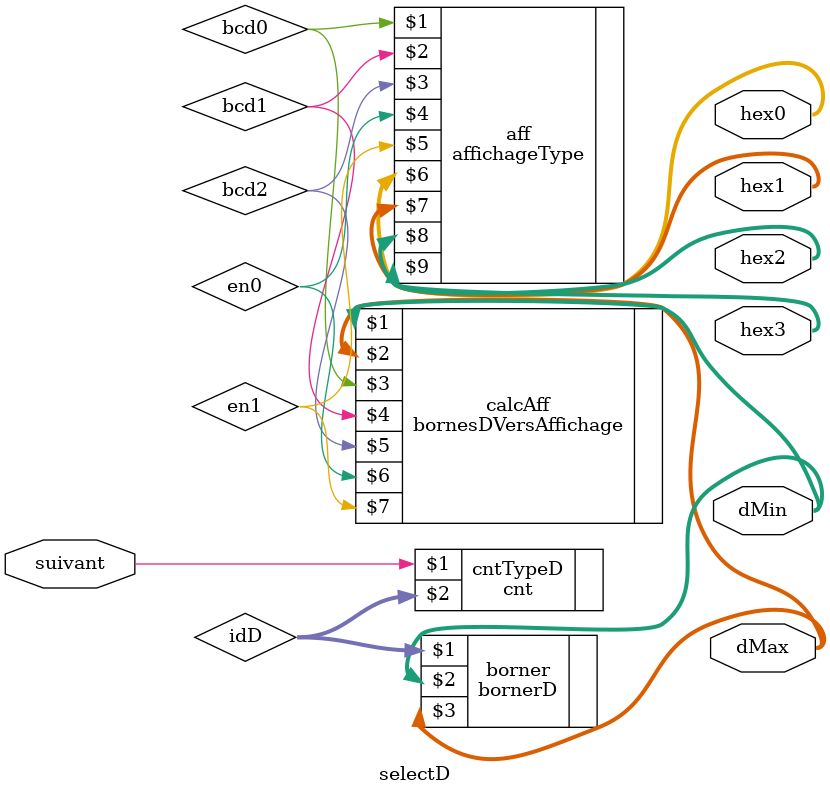
<source format=v>
module selectD(suivant, dMin, dMax, hex0, hex1, hex2, hex3);

input suivant;
output[6:0] dMin, dMax;
output[6:0] hex0, hex1, hex2, hex3;

wire[2:0] idD;
wire en0, en1;

cnt #(3, 8, 0)cntTypeD(suivant, idD);
bornerD borner(idD, dMin, dMax);
bornesDVersAffichage calcAff(dMin, dMax, bcd0, bcd1, bcd2, en0, en1);
affichageType aff(bcd0, bcd1, bcd2, en0, en1, hex0, hex1, hex2, hex3);

endmodule

</source>
